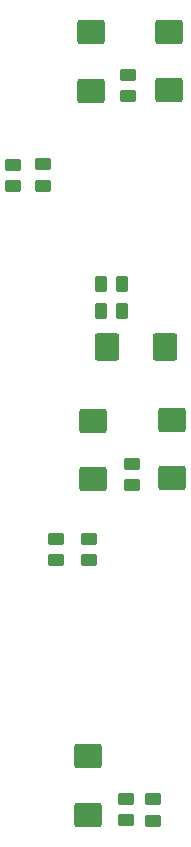
<source format=gbr>
%TF.GenerationSoftware,KiCad,Pcbnew,(6.0.5)*%
%TF.CreationDate,2023-07-06T17:20:31+08:00*%
%TF.ProjectId,compare,636f6d70-6172-4652-9e6b-696361645f70,rev?*%
%TF.SameCoordinates,Original*%
%TF.FileFunction,Paste,Top*%
%TF.FilePolarity,Positive*%
%FSLAX46Y46*%
G04 Gerber Fmt 4.6, Leading zero omitted, Abs format (unit mm)*
G04 Created by KiCad (PCBNEW (6.0.5)) date 2023-07-06 17:20:31*
%MOMM*%
%LPD*%
G01*
G04 APERTURE LIST*
G04 Aperture macros list*
%AMRoundRect*
0 Rectangle with rounded corners*
0 $1 Rounding radius*
0 $2 $3 $4 $5 $6 $7 $8 $9 X,Y pos of 4 corners*
0 Add a 4 corners polygon primitive as box body*
4,1,4,$2,$3,$4,$5,$6,$7,$8,$9,$2,$3,0*
0 Add four circle primitives for the rounded corners*
1,1,$1+$1,$2,$3*
1,1,$1+$1,$4,$5*
1,1,$1+$1,$6,$7*
1,1,$1+$1,$8,$9*
0 Add four rect primitives between the rounded corners*
20,1,$1+$1,$2,$3,$4,$5,0*
20,1,$1+$1,$4,$5,$6,$7,0*
20,1,$1+$1,$6,$7,$8,$9,0*
20,1,$1+$1,$8,$9,$2,$3,0*%
G04 Aperture macros list end*
%ADD10RoundRect,0.250000X-0.450000X0.262500X-0.450000X-0.262500X0.450000X-0.262500X0.450000X0.262500X0*%
%ADD11RoundRect,0.250000X0.262500X0.450000X-0.262500X0.450000X-0.262500X-0.450000X0.262500X-0.450000X0*%
%ADD12RoundRect,0.250000X0.450000X-0.262500X0.450000X0.262500X-0.450000X0.262500X-0.450000X-0.262500X0*%
%ADD13RoundRect,0.250000X0.925000X-0.787500X0.925000X0.787500X-0.925000X0.787500X-0.925000X-0.787500X0*%
%ADD14RoundRect,0.250000X-0.262500X-0.450000X0.262500X-0.450000X0.262500X0.450000X-0.262500X0.450000X0*%
%ADD15RoundRect,0.250000X0.787500X0.925000X-0.787500X0.925000X-0.787500X-0.925000X0.787500X-0.925000X0*%
G04 APERTURE END LIST*
D10*
%TO.C,R10*%
X121564400Y-72798299D03*
X121564400Y-74623299D03*
%TD*%
%TO.C,R4*%
X125476000Y-104497499D03*
X125476000Y-106322499D03*
%TD*%
D11*
%TO.C,R7*%
X128318900Y-85191599D03*
X126493900Y-85191599D03*
%TD*%
D12*
%TO.C,R3*%
X122732800Y-106322499D03*
X122732800Y-104497499D03*
%TD*%
D13*
%TO.C,C5*%
X132232400Y-66545399D03*
X132232400Y-61620399D03*
%TD*%
D12*
%TO.C,R9*%
X119049800Y-74648699D03*
X119049800Y-72823699D03*
%TD*%
D13*
%TO.C,C6*%
X125628400Y-66557999D03*
X125628400Y-61632999D03*
%TD*%
D12*
%TO.C,RL1*%
X129120800Y-99972499D03*
X129120800Y-98147499D03*
%TD*%
%TO.C,R1*%
X128627500Y-128318899D03*
X128627500Y-126493899D03*
%TD*%
D13*
%TO.C,C2*%
X132562600Y-99388899D03*
X132562600Y-94463899D03*
%TD*%
D14*
%TO.C,R8*%
X126493900Y-82905599D03*
X128318900Y-82905599D03*
%TD*%
D13*
%TO.C,C1*%
X125376300Y-127851399D03*
X125376300Y-122926399D03*
%TD*%
D12*
%TO.C,RL2*%
X128828800Y-67054099D03*
X128828800Y-65229099D03*
%TD*%
D15*
%TO.C,C4*%
X131938900Y-88239599D03*
X127013900Y-88239599D03*
%TD*%
D13*
%TO.C,C3*%
X125806200Y-99465099D03*
X125806200Y-94540099D03*
%TD*%
D10*
%TO.C,R2*%
X130938900Y-126546599D03*
X130938900Y-128371599D03*
%TD*%
M02*

</source>
